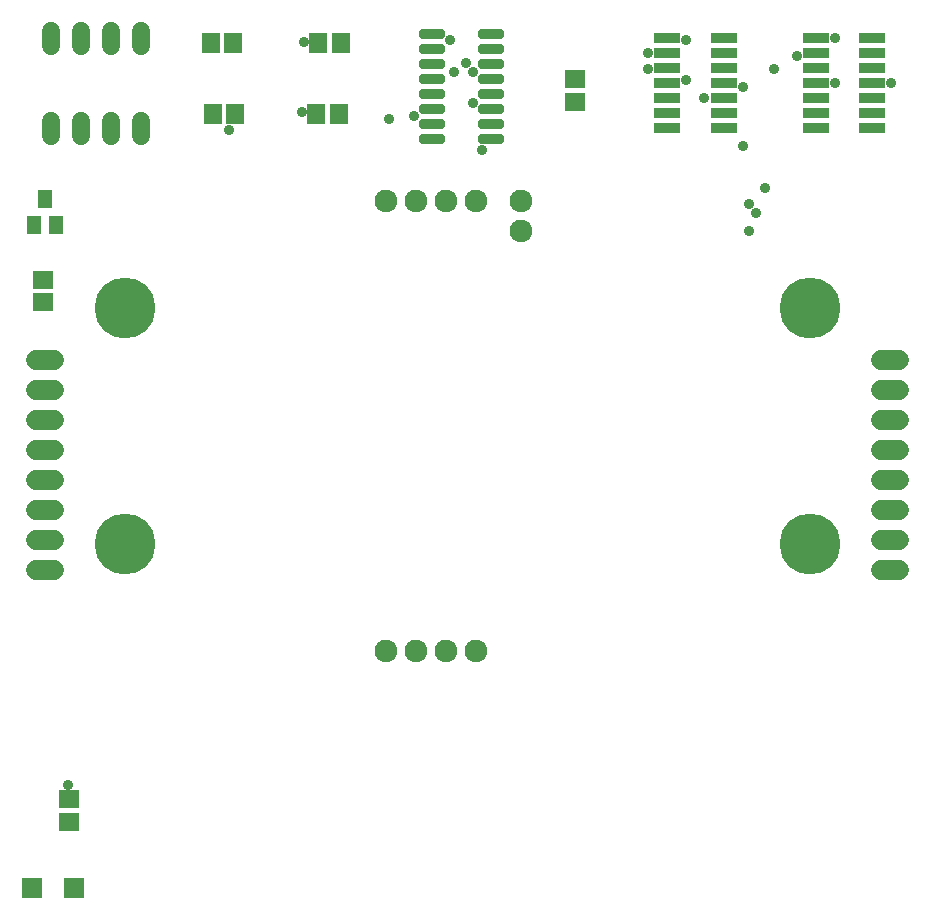
<source format=gbr>
G04 EAGLE Gerber RS-274X export*
G75*
%MOMM*%
%FSLAX34Y34*%
%LPD*%
%INSoldermask Top*%
%IPPOS*%
%AMOC8*
5,1,8,0,0,1.08239X$1,22.5*%
G01*
%ADD10C,1.928200*%
%ADD11C,5.153200*%
%ADD12R,1.703200X1.703200*%
%ADD13R,1.703200X1.503200*%
%ADD14R,1.503200X1.703200*%
%ADD15C,1.727200*%
%ADD16C,1.524000*%
%ADD17R,1.203200X1.603200*%
%ADD18R,2.260600X0.812800*%
%ADD19C,0.506016*%
%ADD20C,0.914400*%


D10*
X341800Y800700D03*
X367200Y800700D03*
X392600Y800700D03*
X418000Y800700D03*
X341800Y419700D03*
X367200Y419700D03*
X392600Y419700D03*
X418000Y419700D03*
X456100Y800700D03*
X456100Y775300D03*
D11*
X121000Y710200D03*
X121000Y510200D03*
X701000Y710200D03*
X701000Y510200D03*
D12*
X42600Y219300D03*
X77600Y219300D03*
D13*
X73400Y294500D03*
X73400Y275500D03*
X502500Y904200D03*
X502500Y885200D03*
X51700Y715200D03*
X51700Y734200D03*
D14*
X302100Y875000D03*
X283100Y875000D03*
X214400Y874700D03*
X195400Y874700D03*
X303600Y934700D03*
X284600Y934700D03*
X212800Y934700D03*
X193800Y934700D03*
D15*
X761380Y488800D02*
X776620Y488800D01*
X776620Y514200D02*
X761380Y514200D01*
X761380Y539600D02*
X776620Y539600D01*
X776620Y565000D02*
X761380Y565000D01*
X761380Y590400D02*
X776620Y590400D01*
X776620Y615800D02*
X761380Y615800D01*
X761380Y641200D02*
X776620Y641200D01*
X776620Y666600D02*
X761380Y666600D01*
X60720Y488800D02*
X45480Y488800D01*
X45480Y514200D02*
X60720Y514200D01*
X60720Y539600D02*
X45480Y539600D01*
X45480Y565000D02*
X60720Y565000D01*
X60720Y590400D02*
X45480Y590400D01*
X45480Y615800D02*
X60720Y615800D01*
X60720Y641200D02*
X45480Y641200D01*
X45480Y666600D02*
X60720Y666600D01*
D16*
X58700Y855696D02*
X58700Y868904D01*
X84100Y868904D02*
X84100Y855696D01*
X84100Y931896D02*
X84100Y945104D01*
X58700Y945104D02*
X58700Y931896D01*
X109500Y868904D02*
X109500Y855696D01*
X134900Y855696D02*
X134900Y868904D01*
X109500Y931896D02*
X109500Y945104D01*
X134900Y945104D02*
X134900Y931896D01*
D17*
X53600Y803000D03*
X63100Y781000D03*
X44100Y781000D03*
D18*
X579894Y938800D03*
X579894Y926100D03*
X579894Y913400D03*
X579894Y900700D03*
X579894Y888000D03*
X579894Y875300D03*
X579894Y862600D03*
X627900Y862600D03*
X627900Y875300D03*
X627900Y888000D03*
X627900Y900700D03*
X627900Y913400D03*
X627900Y926100D03*
X627900Y938800D03*
X705894Y938800D03*
X705894Y926100D03*
X705894Y913400D03*
X705894Y900700D03*
X705894Y888000D03*
X705894Y875300D03*
X705894Y862600D03*
X753900Y862600D03*
X753900Y875300D03*
X753900Y888000D03*
X753900Y900700D03*
X753900Y913400D03*
X753900Y926100D03*
X753900Y938800D03*
D19*
X389686Y940964D02*
X373014Y940964D01*
X373014Y943936D01*
X389686Y943936D01*
X389686Y940964D01*
X389686Y928264D02*
X373014Y928264D01*
X373014Y931236D01*
X389686Y931236D01*
X389686Y928264D01*
X389686Y915564D02*
X373014Y915564D01*
X373014Y918536D01*
X389686Y918536D01*
X389686Y915564D01*
X389686Y902864D02*
X373014Y902864D01*
X373014Y905836D01*
X389686Y905836D01*
X389686Y902864D01*
X389686Y890164D02*
X373014Y890164D01*
X373014Y893136D01*
X389686Y893136D01*
X389686Y890164D01*
X389686Y877464D02*
X373014Y877464D01*
X373014Y880436D01*
X389686Y880436D01*
X389686Y877464D01*
X389686Y864764D02*
X373014Y864764D01*
X373014Y867736D01*
X389686Y867736D01*
X389686Y864764D01*
X389686Y852064D02*
X373014Y852064D01*
X373014Y855036D01*
X389686Y855036D01*
X389686Y852064D01*
X422514Y855036D02*
X439186Y855036D01*
X439186Y852064D01*
X422514Y852064D01*
X422514Y855036D01*
X422514Y867736D02*
X439186Y867736D01*
X439186Y864764D01*
X422514Y864764D01*
X422514Y867736D01*
X422514Y880436D02*
X439186Y880436D01*
X439186Y877464D01*
X422514Y877464D01*
X422514Y880436D01*
X422514Y893136D02*
X439186Y893136D01*
X439186Y890164D01*
X422514Y890164D01*
X422514Y893136D01*
X422514Y905836D02*
X439186Y905836D01*
X439186Y902864D01*
X422514Y902864D01*
X422514Y905836D01*
X422514Y918536D02*
X439186Y918536D01*
X439186Y915564D01*
X422514Y915564D01*
X422514Y918536D01*
X422514Y931236D02*
X439186Y931236D01*
X439186Y928264D01*
X422514Y928264D01*
X422514Y931236D01*
X422514Y943936D02*
X439186Y943936D01*
X439186Y940964D01*
X422514Y940964D01*
X422514Y943936D01*
D20*
X563880Y926592D03*
X563880Y912876D03*
X611124Y888492D03*
X690372Y923544D03*
X662940Y812292D03*
X649224Y798576D03*
X670560Y912876D03*
X649224Y775716D03*
X655320Y790956D03*
X208788Y861060D03*
X595884Y937260D03*
X595884Y903732D03*
X644652Y847344D03*
X644652Y897636D03*
X722376Y938784D03*
X722376Y900684D03*
X769620Y900684D03*
X73152Y306324D03*
X365760Y873252D03*
X344424Y870204D03*
X272796Y935736D03*
X399288Y909828D03*
X416052Y909828D03*
X271272Y876300D03*
X423672Y844296D03*
X416052Y883920D03*
X409956Y917448D03*
X396240Y937260D03*
M02*

</source>
